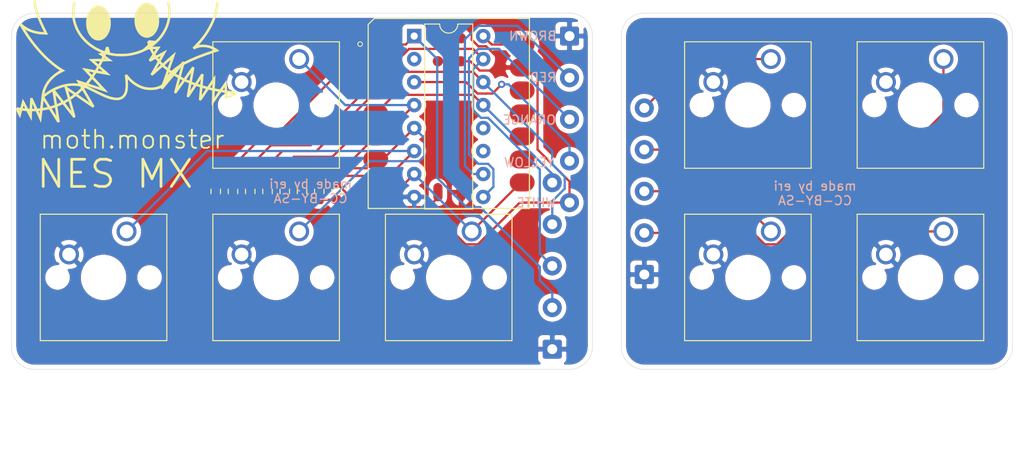
<source format=kicad_pcb>
(kicad_pcb (version 20171130) (host pcbnew 5.1.9-73d0e3b20d~88~ubuntu20.10.1)
  (layers (0 F.Cu signal) (31 B.Cu signal) (34 B.Paste user) (35 F.Paste user) (36 B.SilkS user) (37 F.SilkS user) (38 B.Mask user) (39 F.Mask user) (44 Edge.Cuts user))
  (net 0 "")
  (net 1 +5V)
  (net 2 D)
  (net 3 L)
  (net 4 C)
  (net 5 GND)
  (net 6 "Net-(R1-Pad1)")
  (net 7 "Net-(R2-Pad1)")
  (net 8 "Net-(R3-Pad1)")
  (net 9 "Net-(R4-Pad1)")
  (net 10 "Net-(R5-Pad1)")
  (net 11 "Net-(R6-Pad1)")
  (net 12 "Net-(R7-Pad1)")
  (net 13 "Net-(R8-Pad1)")
  (net 14 "Net-(U1-Pad12)")
  (net 15 "Net-(U1-Pad11)")
  (net 16 "Net-(U1-Pad2)")
  (net 17 "Net-(U2-Pad19)")
  (net 18 "Net-(U2-Pad18)")
  (net 19 "Net-(U2-Pad17)")
  (net 20 "Net-(U2-Pad9)")
  (net 21 "Net-(U2-Pad10)")
  (net 22 "Net-(U2-Pad11)")
  (net 23 "Net-(U2-Pad12)")
  (module "random stuff:mothfacemedium" (layer F.Cu) (at 107.95 125.73 180)
    (fp_text reference Ref** hide)
    (fp_text value Val** hide)
  )
  (module "Seeeduino XIAO KICAD:Seeeduino XIAO-MOUDLE14P-2.54-21X17.8MM" (layer F.Cu) (at 134.62 139.7)
    (fp_text reference U2 hide)
    (fp_text value SeeeduinoXIAO hide)
    (pad 20 smd circle (at 10.238803 -16.264187 90) (size 1.143 1.143) (layers F.Cu F.Paste F.Mask) (net 5 GND))
    (pad 19 smd circle (at 7.698803 -16.264187 90) (size 1.143 1.143) (layers F.Cu F.Paste F.Mask) (net 17 "Net-(U2-Pad19)"))
    (pad 18 smd circle (at 10.238803 -18.804187 90) (size 1.143 1.143) (layers F.Cu F.Paste F.Mask) (net 18 "Net-(U2-Pad18)"))
    (pad 17 smd circle (at 7.698803 -18.804187 90) (size 1.143 1.143) (layers F.Cu F.Paste F.Mask) (net 19 "Net-(U2-Pad17)"))
    (pad 16 smd oval (at 10.25 -1.8 90) (size 2.032 1.016) (layers F.Cu F.Paste F.Mask) (net 5 GND))
    (pad 15 smd oval (at 7.7 -1.8 90) (size 2.032 1.016) (layers F.Cu F.Paste F.Mask) (net 1 +5V))
    (pad 1 smd oval (at 0.83312 -18.11782) (size 2.74828 1.99898) (layers F.Cu F.Paste F.Mask) (net 6 "Net-(R1-Pad1)"))
    (pad 2 smd oval (at 0.83312 -15.57782) (size 2.74828 1.99898) (layers F.Cu F.Paste F.Mask) (net 7 "Net-(R2-Pad1)"))
    (pad 3 smd oval (at 0.83312 -13.03782) (size 2.74828 1.99898) (layers F.Cu F.Paste F.Mask) (net 8 "Net-(R3-Pad1)"))
    (pad 4 smd oval (at 0.83312 -10.49782) (size 2.74828 1.99898) (layers F.Cu F.Paste F.Mask) (net 9 "Net-(R4-Pad1)"))
    (pad 5 smd oval (at 0.83312 -7.95782) (size 2.74828 1.99898) (layers F.Cu F.Paste F.Mask) (net 10 "Net-(R5-Pad1)"))
    (pad 6 smd oval (at 0.83312 -5.41782) (size 2.74828 1.99898) (layers F.Cu F.Paste F.Mask) (net 11 "Net-(R6-Pad1)"))
    (pad 7 smd oval (at 0.83312 -2.87782) (size 2.74828 1.99898) (layers F.Cu F.Paste F.Mask) (net 12 "Net-(R7-Pad1)"))
    (pad 8 smd oval (at 16.99768 -2.87782) (size 2.74828 1.99898) (layers F.Cu F.Paste F.Mask) (net 13 "Net-(R8-Pad1)"))
    (pad 9 smd oval (at 16.99768 -5.41782) (size 2.74828 1.99898) (layers F.Cu F.Paste F.Mask) (net 20 "Net-(U2-Pad9)"))
    (pad 10 smd oval (at 16.99768 -7.95782) (size 2.74828 1.99898) (layers F.Cu F.Paste F.Mask) (net 21 "Net-(U2-Pad10)"))
    (pad 11 smd oval (at 16.99768 -10.49782) (size 2.74828 1.99898) (layers F.Cu F.Paste F.Mask) (net 22 "Net-(U2-Pad11)"))
    (pad 12 smd oval (at 16.99768 -13.03782) (size 2.74828 1.99898) (layers F.Cu F.Paste F.Mask) (net 23 "Net-(U2-Pad12)"))
    (pad 13 smd oval (at 16.99768 -15.57782) (size 2.74828 1.99898) (layers F.Cu F.Paste F.Mask) (net 5 GND))
    (pad 14 smd oval (at 16.99768 -18.11782) (size 2.74828 1.99898) (layers F.Cu F.Paste F.Mask) (net 1 +5V))
  )
  (module Connector_Wire:SolderWire-0.5sqmm_1x05_P4.6mm_D0.9mm_OD2.1mm (layer F.Cu) (at 154.94 155.25 90)
    (fp_text reference REF** hide)
    (fp_text value SolderWire-0.5sqmm_1x05_P4.6mm_D0.9mm_OD2.1mm)
    (pad 1 thru_hole roundrect (at 0 0 90) (size 2.1 2.1) (drill 1.1) (layers *.Cu *.Mask) (roundrect_rratio 0.119) (net 5 GND))
    (pad 2 thru_hole circle (at 4.6 0 90) (size 2.1 2.1) (drill 1.1) (layers *.Cu *.Mask) (net 6 "Net-(R1-Pad1)"))
    (pad 3 thru_hole circle (at 9.2 0 90) (size 2.1 2.1) (drill 1.1) (layers *.Cu *.Mask) (net 7 "Net-(R2-Pad1)"))
    (pad 4 thru_hole circle (at 13.8 0 90) (size 2.1 2.1) (drill 1.1) (layers *.Cu *.Mask) (net 8 "Net-(R3-Pad1)"))
    (pad 5 thru_hole circle (at 18.4 0 90) (size 2.1 2.1) (drill 1.1) (layers *.Cu *.Mask) (net 9 "Net-(R4-Pad1)"))
  )
  (module Connector_Wire:SolderWire-0.5sqmm_1x05_P4.6mm_D0.9mm_OD2.1mm (layer F.Cu) (at 165.1 146.995 90)
    (fp_text reference REF** hide)
    (fp_text value SolderWire-0.5sqmm_1x05_P4.6mm_D0.9mm_OD2.1mm)
    (pad 5 thru_hole circle (at 18.4 0 90) (size 2.1 2.1) (drill 1.1) (layers *.Cu *.Mask) (net 9 "Net-(R4-Pad1)"))
    (pad 4 thru_hole circle (at 13.8 0 90) (size 2.1 2.1) (drill 1.1) (layers *.Cu *.Mask) (net 8 "Net-(R3-Pad1)"))
    (pad 3 thru_hole circle (at 9.2 0 90) (size 2.1 2.1) (drill 1.1) (layers *.Cu *.Mask) (net 7 "Net-(R2-Pad1)"))
    (pad 2 thru_hole circle (at 4.6 0 90) (size 2.1 2.1) (drill 1.1) (layers *.Cu *.Mask) (net 6 "Net-(R1-Pad1)"))
    (pad 1 thru_hole roundrect (at 0 0 90) (size 2.1 2.1) (drill 1.1) (layers *.Cu *.Mask) (roundrect_rratio 0.119) (net 5 GND))
  )
  (module Connector_Wire:SolderWire-0.5sqmm_1x05_P4.6mm_D0.9mm_OD2.1mm (layer F.Cu) (at 156.845 120.65 270)
    (fp_text reference J1 hide)
    (fp_text value Conn_01x05)
    (pad 5 thru_hole circle (at 18.4 0 270) (size 2.1 2.1) (drill 1.1) (layers *.Cu *.Mask) (net 1 +5V))
    (pad 4 thru_hole circle (at 13.8 0 270) (size 2.1 2.1) (drill 1.1) (layers *.Cu *.Mask) (net 2 D))
    (pad 3 thru_hole circle (at 9.2 0 270) (size 2.1 2.1) (drill 1.1) (layers *.Cu *.Mask) (net 3 L))
    (pad 2 thru_hole circle (at 4.6 0 270) (size 2.1 2.1) (drill 1.1) (layers *.Cu *.Mask) (net 4 C))
    (pad 1 thru_hole roundrect (at 0 0 270) (size 2.1 2.1) (drill 1.1) (layers *.Cu *.Mask) (roundrect_rratio 0.119048) (net 5 GND))
  )
  (module Package_DIP:DIP-16_W7.62mm (layer F.Cu) (at 139.7 120.65)
    (fp_text reference U1 hide)
    (fp_text value 4021)
    (pad 16 thru_hole oval (at 7.62 0) (size 1.6 1.6) (drill 0.8) (layers *.Cu *.Mask) (net 1 +5V))
    (pad 8 thru_hole oval (at 0 17.78) (size 1.6 1.6) (drill 0.8) (layers *.Cu *.Mask) (net 5 GND))
    (pad 15 thru_hole oval (at 7.62 2.54) (size 1.6 1.6) (drill 0.8) (layers *.Cu *.Mask) (net 7 "Net-(R2-Pad1)"))
    (pad 7 thru_hole oval (at 0 15.24) (size 1.6 1.6) (drill 0.8) (layers *.Cu *.Mask) (net 13 "Net-(R8-Pad1)"))
    (pad 14 thru_hole oval (at 7.62 5.08) (size 1.6 1.6) (drill 0.8) (layers *.Cu *.Mask) (net 8 "Net-(R3-Pad1)"))
    (pad 6 thru_hole oval (at 0 12.7) (size 1.6 1.6) (drill 0.8) (layers *.Cu *.Mask) (net 12 "Net-(R7-Pad1)"))
    (pad 13 thru_hole oval (at 7.62 7.62) (size 1.6 1.6) (drill 0.8) (layers *.Cu *.Mask) (net 9 "Net-(R4-Pad1)"))
    (pad 5 thru_hole oval (at 0 10.16) (size 1.6 1.6) (drill 0.8) (layers *.Cu *.Mask) (net 11 "Net-(R6-Pad1)"))
    (pad 12 thru_hole oval (at 7.62 10.16) (size 1.6 1.6) (drill 0.8) (layers *.Cu *.Mask) (net 14 "Net-(U1-Pad12)"))
    (pad 4 thru_hole oval (at 0 7.62) (size 1.6 1.6) (drill 0.8) (layers *.Cu *.Mask) (net 10 "Net-(R5-Pad1)"))
    (pad 11 thru_hole oval (at 7.62 12.7) (size 1.6 1.6) (drill 0.8) (layers *.Cu *.Mask) (net 15 "Net-(U1-Pad11)"))
    (pad 3 thru_hole oval (at 0 5.08) (size 1.6 1.6) (drill 0.8) (layers *.Cu *.Mask) (net 2 D))
    (pad 10 thru_hole oval (at 7.62 15.24) (size 1.6 1.6) (drill 0.8) (layers *.Cu *.Mask) (net 4 C))
    (pad 2 thru_hole oval (at 0 2.54) (size 1.6 1.6) (drill 0.8) (layers *.Cu *.Mask) (net 16 "Net-(U1-Pad2)"))
    (pad 9 thru_hole oval (at 7.62 17.78) (size 1.6 1.6) (drill 0.8) (layers *.Cu *.Mask) (net 3 L))
    (pad 1 thru_hole rect (at 0 0) (size 1.6 1.6) (drill 0.8) (layers *.Cu *.Mask) (net 6 "Net-(R1-Pad1)"))
  )
  (module Button_Switch_Keyboard:SW_Cherry_MX_1.00u_PCB (layer F.Cu) (at 198.12 142.24)
    (fp_text reference SW8 hide)
    (fp_text value A)
    (pad "" np_thru_hole circle (at 2.54 5.08) (size 1.7 1.7) (drill 1.7) (layers *.Cu *.Mask))
    (pad "" np_thru_hole circle (at -7.62 5.08) (size 1.7 1.7) (drill 1.7) (layers *.Cu *.Mask))
    (pad "" np_thru_hole circle (at -2.54 5.08) (size 4 4) (drill 4) (layers *.Cu *.Mask))
    (pad 2 thru_hole circle (at -6.35 2.54) (size 2.2 2.2) (drill 1.5) (layers *.Cu *.Mask) (net 5 GND))
    (pad 1 thru_hole circle (at 0 0) (size 2.2 2.2) (drill 1.5) (layers *.Cu *.Mask) (net 6 "Net-(R1-Pad1)"))
  )
  (module Button_Switch_Keyboard:SW_Cherry_MX_1.00u_PCB (layer F.Cu) (at 198.12 123.19)
    (fp_text reference SW7 hide)
    (fp_text value SELECT)
    (pad "" np_thru_hole circle (at 2.54 5.08) (size 1.7 1.7) (drill 1.7) (layers *.Cu *.Mask))
    (pad "" np_thru_hole circle (at -7.62 5.08) (size 1.7 1.7) (drill 1.7) (layers *.Cu *.Mask))
    (pad "" np_thru_hole circle (at -2.54 5.08) (size 4 4) (drill 4) (layers *.Cu *.Mask))
    (pad 2 thru_hole circle (at -6.35 2.54) (size 2.2 2.2) (drill 1.5) (layers *.Cu *.Mask) (net 5 GND))
    (pad 1 thru_hole circle (at 0 0) (size 2.2 2.2) (drill 1.5) (layers *.Cu *.Mask) (net 8 "Net-(R3-Pad1)"))
  )
  (module Button_Switch_Keyboard:SW_Cherry_MX_1.00u_PCB (layer F.Cu) (at 127 123.19)
    (fp_text reference SW6 hide)
    (fp_text value UP)
    (pad "" np_thru_hole circle (at 2.54 5.08) (size 1.7 1.7) (drill 1.7) (layers *.Cu *.Mask))
    (pad "" np_thru_hole circle (at -7.62 5.08) (size 1.7 1.7) (drill 1.7) (layers *.Cu *.Mask))
    (pad "" np_thru_hole circle (at -2.54 5.08) (size 4 4) (drill 4) (layers *.Cu *.Mask))
    (pad 2 thru_hole circle (at -6.35 2.54) (size 2.2 2.2) (drill 1.5) (layers *.Cu *.Mask) (net 5 GND))
    (pad 1 thru_hole circle (at 0 0) (size 2.2 2.2) (drill 1.5) (layers *.Cu *.Mask) (net 10 "Net-(R5-Pad1)"))
  )
  (module Button_Switch_Keyboard:SW_Cherry_MX_1.00u_PCB (layer F.Cu) (at 107.95 142.24)
    (fp_text reference SW5 hide)
    (fp_text value LEFT)
    (pad "" np_thru_hole circle (at 2.54 5.08) (size 1.7 1.7) (drill 1.7) (layers *.Cu *.Mask))
    (pad "" np_thru_hole circle (at -7.62 5.08) (size 1.7 1.7) (drill 1.7) (layers *.Cu *.Mask))
    (pad "" np_thru_hole circle (at -2.54 5.08) (size 4 4) (drill 4) (layers *.Cu *.Mask))
    (pad 2 thru_hole circle (at -6.35 2.54) (size 2.2 2.2) (drill 1.5) (layers *.Cu *.Mask) (net 5 GND))
    (pad 1 thru_hole circle (at 0 0) (size 2.2 2.2) (drill 1.5) (layers *.Cu *.Mask) (net 12 "Net-(R7-Pad1)"))
  )
  (module Button_Switch_Keyboard:SW_Cherry_MX_1.00u_PCB (layer F.Cu) (at 179.07 142.24)
    (fp_text reference SW4 hide)
    (fp_text value B)
    (pad "" np_thru_hole circle (at 2.54 5.08) (size 1.7 1.7) (drill 1.7) (layers *.Cu *.Mask))
    (pad "" np_thru_hole circle (at -7.62 5.08) (size 1.7 1.7) (drill 1.7) (layers *.Cu *.Mask))
    (pad "" np_thru_hole circle (at -2.54 5.08) (size 4 4) (drill 4) (layers *.Cu *.Mask))
    (pad 2 thru_hole circle (at -6.35 2.54) (size 2.2 2.2) (drill 1.5) (layers *.Cu *.Mask) (net 5 GND))
    (pad 1 thru_hole circle (at 0 0) (size 2.2 2.2) (drill 1.5) (layers *.Cu *.Mask) (net 7 "Net-(R2-Pad1)"))
  )
  (module Button_Switch_Keyboard:SW_Cherry_MX_1.00u_PCB (layer F.Cu) (at 179.07 123.19)
    (fp_text reference SW3 hide)
    (fp_text value START)
    (pad "" np_thru_hole circle (at 2.54 5.08) (size 1.7 1.7) (drill 1.7) (layers *.Cu *.Mask))
    (pad "" np_thru_hole circle (at -7.62 5.08) (size 1.7 1.7) (drill 1.7) (layers *.Cu *.Mask))
    (pad "" np_thru_hole circle (at -2.54 5.08) (size 4 4) (drill 4) (layers *.Cu *.Mask))
    (pad 2 thru_hole circle (at -6.35 2.54) (size 2.2 2.2) (drill 1.5) (layers *.Cu *.Mask) (net 5 GND))
    (pad 1 thru_hole circle (at 0 0) (size 2.2 2.2) (drill 1.5) (layers *.Cu *.Mask) (net 9 "Net-(R4-Pad1)"))
  )
  (module Button_Switch_Keyboard:SW_Cherry_MX_1.00u_PCB (layer F.Cu) (at 127 142.24)
    (fp_text reference SW2 hide)
    (fp_text value DOWN)
    (pad "" np_thru_hole circle (at 2.54 5.08) (size 1.7 1.7) (drill 1.7) (layers *.Cu *.Mask))
    (pad "" np_thru_hole circle (at -7.62 5.08) (size 1.7 1.7) (drill 1.7) (layers *.Cu *.Mask))
    (pad "" np_thru_hole circle (at -2.54 5.08) (size 4 4) (drill 4) (layers *.Cu *.Mask))
    (pad 2 thru_hole circle (at -6.35 2.54) (size 2.2 2.2) (drill 1.5) (layers *.Cu *.Mask) (net 5 GND))
    (pad 1 thru_hole circle (at 0 0) (size 2.2 2.2) (drill 1.5) (layers *.Cu *.Mask) (net 11 "Net-(R6-Pad1)"))
  )
  (module Button_Switch_Keyboard:SW_Cherry_MX_1.00u_PCB (layer F.Cu) (at 146.05 142.24)
    (fp_text reference SW1 hide)
    (fp_text value RIGHT)
    (pad "" np_thru_hole circle (at 2.54 5.08) (size 1.7 1.7) (drill 1.7) (layers *.Cu *.Mask))
    (pad "" np_thru_hole circle (at -7.62 5.08) (size 1.7 1.7) (drill 1.7) (layers *.Cu *.Mask))
    (pad "" np_thru_hole circle (at -2.54 5.08) (size 4 4) (drill 4) (layers *.Cu *.Mask))
    (pad 2 thru_hole circle (at -6.35 2.54) (size 2.2 2.2) (drill 1.5) (layers *.Cu *.Mask) (net 5 GND))
    (pad 1 thru_hole circle (at 0 0) (size 2.2 2.2) (drill 1.5) (layers *.Cu *.Mask) (net 13 "Net-(R8-Pad1)"))
  )
  (module Resistor_SMD:R_0603_1608Metric_Pad0.98x0.95mm_HandSolder (layer F.Cu) (at 131.1275 137.8185 270)
    (fp_text reference R8 hide)
    (fp_text value R_US)
    (pad 2 smd roundrect (at 0.9125 0 270) (size 0.975 0.95) (layers F.Cu F.Paste F.Mask) (net 1 +5V))
    (pad 1 smd roundrect (at -0.9125 0 270) (size 0.975 0.95) (layers F.Cu F.Paste F.Mask) (net 13 "Net-(R8-Pad1)"))
  )
  (module Resistor_SMD:R_0603_1608Metric_Pad0.98x0.95mm_HandSolder (layer F.Cu) (at 129.2225 137.8185 270)
    (fp_text reference R7 hide)
    (fp_text value R_US)
    (pad 2 smd roundrect (at 0.9125 0 270) (size 0.975 0.95) (layers F.Cu F.Paste F.Mask) (net 1 +5V))
    (pad 1 smd roundrect (at -0.9125 0 270) (size 0.975 0.95) (layers F.Cu F.Paste F.Mask) (net 12 "Net-(R7-Pad1)"))
  )
  (module Resistor_SMD:R_0603_1608Metric_Pad0.98x0.95mm_HandSolder (layer F.Cu) (at 127.3175 137.8185 270)
    (fp_text reference R6 hide)
    (fp_text value R_US)
    (pad 2 smd roundrect (at 0.9125 0 270) (size 0.975 0.95) (layers F.Cu F.Paste F.Mask) (net 1 +5V))
    (pad 1 smd roundrect (at -0.9125 0 270) (size 0.975 0.95) (layers F.Cu F.Paste F.Mask) (net 11 "Net-(R6-Pad1)"))
  )
  (module Resistor_SMD:R_0603_1608Metric_Pad0.98x0.95mm_HandSolder (layer F.Cu) (at 125.4125 137.8185 270)
    (fp_text reference R5 hide)
    (fp_text value R_US)
    (pad 2 smd roundrect (at 0.9125 0 270) (size 0.975 0.95) (layers F.Cu F.Paste F.Mask) (net 1 +5V))
    (pad 1 smd roundrect (at -0.9125 0 270) (size 0.975 0.95) (layers F.Cu F.Paste F.Mask) (net 10 "Net-(R5-Pad1)"))
  )
  (module Resistor_SMD:R_0603_1608Metric_Pad0.98x0.95mm_HandSolder (layer F.Cu) (at 123.5075 137.8185 270)
    (fp_text reference R4 hide)
    (fp_text value R_US)
    (pad 2 smd roundrect (at 0.9125 0 270) (size 0.975 0.95) (layers F.Cu F.Paste F.Mask) (net 1 +5V))
    (pad 1 smd roundrect (at -0.9125 0 270) (size 0.975 0.95) (layers F.Cu F.Paste F.Mask) (net 9 "Net-(R4-Pad1)"))
  )
  (module Resistor_SMD:R_0603_1608Metric_Pad0.98x0.95mm_HandSolder (layer F.Cu) (at 121.6025 137.8185 270)
    (fp_text reference R3 hide)
    (fp_text value R_US)
    (pad 2 smd roundrect (at 0.9125 0 270) (size 0.975 0.95) (layers F.Cu F.Paste F.Mask) (net 1 +5V))
    (pad 1 smd roundrect (at -0.9125 0 270) (size 0.975 0.95) (layers F.Cu F.Paste F.Mask) (net 8 "Net-(R3-Pad1)"))
  )
  (module Resistor_SMD:R_0603_1608Metric_Pad0.98x0.95mm_HandSolder (layer F.Cu) (at 119.6975 137.8185 270)
    (fp_text reference R2 hide)
    (fp_text value R_US)
    (pad 2 smd roundrect (at 0.9125 0 270) (size 0.975 0.95) (layers F.Cu F.Paste F.Mask) (net 1 +5V))
    (pad 1 smd roundrect (at -0.9125 0 270) (size 0.975 0.95) (layers F.Cu F.Paste F.Mask) (net 7 "Net-(R2-Pad1)"))
  )
  (module Resistor_SMD:R_0603_1608Metric_Pad0.98x0.95mm_HandSolder (layer F.Cu) (at 117.7925 137.8185 270)
    (fp_text reference R1 hide)
    (fp_text value R_US)
    (pad 2 smd roundrect (at 0.9125 0 270) (size 0.975 0.95) (layers F.Cu F.Paste F.Mask) (net 1 +5V))
    (pad 1 smd roundrect (at -0.9125 0 270) (size 0.975 0.95) (layers F.Cu F.Paste F.Mask) (net 6 "Net-(R1-Pad1)"))
  )
  (gr_text "made by eri\nCC-BY-SA" (at 183.945 138.026224) (layer B.SilkS) (effects (font (size 1 1)) (justify mirror)))
  (gr_text "made by eri\nCC-BY-SA" (at 128.27 137.795) (layer B.SilkS) (effects (font (size 1 1)) (justify mirror)))
  (gr_text WHITE (at 153.162 139.065) (layer B.SilkS) (effects (font (size 1 1)) (justify mirror)))
  (gr_text YELLOW (at 152.4 134.62) (layer B.SilkS) (effects (font (size 1 1)) (justify mirror)))
  (gr_text ORANGE (at 152.4 129.921) (layer B.SilkS) (effects (font (size 1 1)) (justify mirror)))
  (gr_text RED (at 153.924 125.222) (layer B.SilkS) (effects (font (size 1 1)) (justify mirror)))
  (gr_text BROWN (at 152.781 120.65) (layer B.SilkS) (effects (font (size 1 1)) (justify mirror)))
  (gr_text "NES MX" (at 106.68 135.89) (layer F.SilkS) (effects (font (size 3 3) (thickness 0.3))))
  (gr_text moth.monster (at 108.585 132.08) (layer F.SilkS) (effects (font (size 2 2) (thickness 0.2))))
  (gr_arc (start 203.2 154.94) (end 203.2 157.48) (angle -90) (layer Edge.Cuts) (width 0.05))
  (gr_arc (start 165.1 154.94) (end 162.56 154.94) (angle -90) (layer Edge.Cuts) (width 0.05))
  (gr_arc (start 165.1 120.65) (end 165.1 118.11) (angle -90) (layer Edge.Cuts) (width 0.05))
  (gr_arc (start 203.2 120.65) (end 205.74 120.65) (angle -90) (layer Edge.Cuts) (width 0.05))
  (gr_line (start 162.56 154.94) (end 162.56 120.65) (layer Edge.Cuts) (width 0.05))
  (gr_line (start 203.2 157.48) (end 165.1 157.48) (layer Edge.Cuts) (width 0.05))
  (gr_line (start 205.74 120.65) (end 205.74 154.94) (layer Edge.Cuts) (width 0.05))
  (gr_line (start 165.1 118.11) (end 203.2 118.11) (layer Edge.Cuts) (width 0.05))
  (gr_arc (start 156.845 154.94) (end 156.845 157.48) (angle -90) (layer Edge.Cuts) (width 0.05))
  (gr_arc (start 97.79 154.94) (end 95.25 154.94) (angle -90) (layer Edge.Cuts) (width 0.05))
  (gr_arc (start 97.79 120.65) (end 97.79 118.11) (angle -90) (layer Edge.Cuts) (width 0.05))
  (gr_arc (start 156.845 120.65) (end 159.385 120.65) (angle -90) (layer Edge.Cuts) (width 0.05))
  (gr_line (start 159.385 120.65) (end 159.385 154.94) (layer Edge.Cuts) (width 0.05))
  (gr_line (start 97.79 157.48) (end 156.845 157.48) (layer Edge.Cuts) (width 0.05))
  (gr_line (start 95.25 120.65) (end 95.25 154.94) (layer Edge.Cuts) (width 0.05))
  (gr_line (start 156.845 118.11) (end 97.79 118.11) (layer Edge.Cuts) (width 0.05))
  (segment (start 117.7925 138.731) (end 131.1275 138.731) (width 0.25) (layer F.Cu) (net 1))
  (segment (start 156.339999 139.555001) (end 156.845 139.05) (width 0.25) (layer F.Cu) (net 1))
  (segment (start 153.31683 123.28133) (end 151.61768 121.58218) (width 0.25) (layer F.Cu) (net 1))
  (segment (start 153.31683 133.191828) (end 153.31683 123.28133) (width 0.25) (layer F.Cu) (net 1))
  (segment (start 156.845 136.719998) (end 153.31683 133.191828) (width 0.25) (layer F.Cu) (net 1))
  (segment (start 156.845 139.05) (end 156.845 136.719998) (width 0.25) (layer F.Cu) (net 1))
  (segment (start 148.25218 121.58218) (end 147.32 120.65) (width 0.25) (layer F.Cu) (net 1))
  (segment (start 151.61768 121.58218) (end 148.25218 121.58218) (width 0.25) (layer F.Cu) (net 1))
  (segment (start 151.349002 139.05) (end 146.734001 143.665001) (width 0.25) (layer F.Cu) (net 1))
  (segment (start 156.845 139.05) (end 151.349002 139.05) (width 0.25) (layer F.Cu) (net 1))
  (segment (start 145.365999 143.665001) (end 146.734001 143.665001) (width 0.25) (layer F.Cu) (net 1))
  (segment (start 141.255999 139.555001) (end 145.365999 143.665001) (width 0.25) (layer F.Cu) (net 1))
  (segment (start 131.951501 139.555001) (end 141.255999 139.555001) (width 0.25) (layer F.Cu) (net 1))
  (segment (start 131.1275 138.731) (end 131.951501 139.555001) (width 0.25) (layer F.Cu) (net 1))
  (segment (start 142.32 138.491) (end 141.255999 139.555001) (width 0.25) (layer F.Cu) (net 1))
  (segment (start 142.32 137.9) (end 142.32 138.491) (width 0.25) (layer F.Cu) (net 1))
  (segment (start 156.845 134.45) (end 156.845 132.715) (width 0.25) (layer B.Cu) (net 2))
  (segment (start 145.41641 125.73) (end 139.7 125.73) (width 0.25) (layer F.Cu) (net 2))
  (segment (start 146.68641 127) (end 145.41641 125.73) (width 0.25) (layer F.Cu) (net 2))
  (via (at 149.352 125.984) (size 0.8) (drill 0.4) (layers F.Cu B.Cu) (net 2))
  (segment (start 147.574 127) (end 148.336 127) (width 0.25) (layer F.Cu) (net 2))
  (segment (start 148.336 127) (end 149.352 125.984) (width 0.25) (layer F.Cu) (net 2))
  (segment (start 147.715002 127) (end 147.574 127) (width 0.25) (layer F.Cu) (net 2))
  (segment (start 147.574 127) (end 146.68641 127) (width 0.25) (layer F.Cu) (net 2))
  (segment (start 150.114 125.984) (end 150.495 126.365) (width 0.25) (layer B.Cu) (net 2))
  (segment (start 149.352 125.984) (end 150.114 125.984) (width 0.25) (layer B.Cu) (net 2))
  (segment (start 156.845 132.715) (end 150.495 126.365) (width 0.25) (layer B.Cu) (net 2))
  (segment (start 148.445001 137.304999) (end 147.32 138.43) (width 0.25) (layer B.Cu) (net 3))
  (segment (start 148.445001 135.349999) (end 148.445001 137.304999) (width 0.25) (layer B.Cu) (net 3))
  (segment (start 147.860001 134.764999) (end 148.445001 135.349999) (width 0.25) (layer B.Cu) (net 3))
  (segment (start 146.779999 134.764999) (end 147.860001 134.764999) (width 0.25) (layer B.Cu) (net 3))
  (segment (start 145.74499 133.72999) (end 146.779999 134.764999) (width 0.25) (layer B.Cu) (net 3))
  (segment (start 145.74499 123.100008) (end 145.74499 133.72999) (width 0.25) (layer B.Cu) (net 3))
  (segment (start 146.779999 122.064999) (end 145.74499 123.100008) (width 0.25) (layer B.Cu) (net 3))
  (segment (start 149.059999 122.064999) (end 146.779999 122.064999) (width 0.25) (layer B.Cu) (net 3))
  (segment (start 156.845 129.85) (end 149.059999 122.064999) (width 0.25) (layer B.Cu) (net 3))
  (segment (start 146.18863 135.89) (end 147.32 135.89) (width 0.25) (layer B.Cu) (net 4))
  (segment (start 145.294981 134.996351) (end 146.18863 135.89) (width 0.25) (layer B.Cu) (net 4))
  (segment (start 145.294981 121.010017) (end 145.294981 134.996351) (width 0.25) (layer B.Cu) (net 4))
  (segment (start 146.779999 119.524999) (end 145.294981 121.010017) (width 0.25) (layer B.Cu) (net 4))
  (segment (start 151.119999 119.524999) (end 146.779999 119.524999) (width 0.25) (layer B.Cu) (net 4))
  (segment (start 156.845 125.25) (end 151.119999 119.524999) (width 0.25) (layer B.Cu) (net 4))
  (segment (start 146.779999 121.775001) (end 146.05 121.045002) (width 0.25) (layer F.Cu) (net 5))
  (segment (start 147.646361 121.775001) (end 146.779999 121.775001) (width 0.25) (layer F.Cu) (net 5))
  (segment (start 149.99354 124.12218) (end 147.646361 121.775001) (width 0.25) (layer F.Cu) (net 5))
  (segment (start 151.61768 124.12218) (end 149.99354 124.12218) (width 0.25) (layer F.Cu) (net 5))
  (segment (start 146.05 121.045002) (end 146.05 120.254998) (width 0.25) (layer F.Cu) (net 5))
  (segment (start 144.858803 123.435813) (end 145.900811 123.435813) (width 0.25) (layer F.Cu) (net 5))
  (segment (start 145.900811 123.435813) (end 146.924998 124.46) (width 0.25) (layer F.Cu) (net 5))
  (segment (start 151.61768 124.12218) (end 148.92782 124.12218) (width 0.25) (layer F.Cu) (net 5))
  (segment (start 148.59 124.46) (end 146.924998 124.46) (width 0.25) (layer F.Cu) (net 5))
  (segment (start 148.92782 124.12218) (end 148.59 124.46) (width 0.25) (layer F.Cu) (net 5))
  (segment (start 117.7925 136.906) (end 122.6185 132.08) (width 0.25) (layer F.Cu) (net 6))
  (segment (start 123.990998 132.08) (end 134.488818 121.58218) (width 0.25) (layer F.Cu) (net 6))
  (segment (start 134.488818 121.58218) (end 135.45312 121.58218) (width 0.25) (layer F.Cu) (net 6))
  (segment (start 122.6185 132.08) (end 123.990998 132.08) (width 0.25) (layer F.Cu) (net 6))
  (segment (start 138.76782 121.58218) (end 139.7 120.65) (width 0.25) (layer F.Cu) (net 6))
  (segment (start 135.45312 121.58218) (end 138.76782 121.58218) (width 0.25) (layer F.Cu) (net 6))
  (segment (start 198.12 142.24) (end 181.179002 142.24) (width 0.25) (layer F.Cu) (net 6))
  (segment (start 177.115998 142.395) (end 178.385999 143.665001) (width 0.25) (layer F.Cu) (net 6))
  (segment (start 165.1 142.395) (end 177.115998 142.395) (width 0.25) (layer F.Cu) (net 6))
  (segment (start 179.754001 143.665001) (end 181.179002 142.24) (width 0.25) (layer F.Cu) (net 6))
  (segment (start 178.385999 143.665001) (end 179.754001 143.665001) (width 0.25) (layer F.Cu) (net 6))
  (segment (start 154.94 149.020998) (end 154.94 150.65) (width 0.25) (layer B.Cu) (net 6))
  (segment (start 139.7 120.65) (end 142.24 123.19) (width 0.25) (layer B.Cu) (net 6))
  (segment (start 142.24 123.19) (end 142.24 136.320998) (width 0.25) (layer B.Cu) (net 6))
  (segment (start 146.978003 139.555001) (end 145.474003 139.555001) (width 0.25) (layer B.Cu) (net 6))
  (segment (start 153.564999 146.141997) (end 146.978003 139.555001) (width 0.25) (layer B.Cu) (net 6))
  (segment (start 145.474003 139.555001) (end 142.24 136.320998) (width 0.25) (layer B.Cu) (net 6))
  (segment (start 153.564999 147.645997) (end 153.564999 146.141997) (width 0.25) (layer B.Cu) (net 6))
  (segment (start 154.94 149.020998) (end 153.564999 147.645997) (width 0.25) (layer B.Cu) (net 6))
  (segment (start 119.6975 136.906) (end 123.8885 132.715) (width 0.25) (layer F.Cu) (net 7))
  (segment (start 123.8885 132.715) (end 128.27 132.715) (width 0.25) (layer F.Cu) (net 7))
  (segment (start 128.27 132.715) (end 133.35 127.635) (width 0.25) (layer F.Cu) (net 7))
  (segment (start 133.35 126.2253) (end 135.45312 124.12218) (width 0.25) (layer F.Cu) (net 7))
  (segment (start 133.35 127.635) (end 133.35 126.2253) (width 0.25) (layer F.Cu) (net 7))
  (segment (start 146.194999 122.064999) (end 147.32 123.19) (width 0.25) (layer F.Cu) (net 7))
  (segment (start 139.134441 122.064999) (end 146.194999 122.064999) (width 0.25) (layer F.Cu) (net 7))
  (segment (start 137.07726 124.12218) (end 139.134441 122.064999) (width 0.25) (layer F.Cu) (net 7))
  (segment (start 135.45312 124.12218) (end 137.07726 124.12218) (width 0.25) (layer F.Cu) (net 7))
  (segment (start 174.625 137.795) (end 179.07 142.24) (width 0.25) (layer F.Cu) (net 7))
  (segment (start 165.1 137.795) (end 174.625 137.795) (width 0.25) (layer F.Cu) (net 7))
  (segment (start 147.32 123.19) (end 146.194999 124.315001) (width 0.25) (layer B.Cu) (net 7))
  (segment (start 153.564999 144.674999) (end 154.94 146.05) (width 0.25) (layer B.Cu) (net 7))
  (segment (start 153.564999 135.389997) (end 153.564999 144.674999) (width 0.25) (layer B.Cu) (net 7))
  (segment (start 147.860001 129.684999) (end 153.564999 135.389997) (width 0.25) (layer B.Cu) (net 7))
  (segment (start 147.069997 129.684999) (end 147.860001 129.684999) (width 0.25) (layer B.Cu) (net 7))
  (segment (start 146.194999 128.810001) (end 147.069997 129.684999) (width 0.25) (layer B.Cu) (net 7))
  (segment (start 146.194999 124.315001) (end 146.194999 128.810001) (width 0.25) (layer B.Cu) (net 7))
  (segment (start 121.6025 136.906) (end 125.1585 133.35) (width 0.25) (layer F.Cu) (net 8))
  (segment (start 135.45312 126.80188) (end 128.905 133.35) (width 0.25) (layer F.Cu) (net 8))
  (segment (start 135.45312 126.66218) (end 135.45312 126.80188) (width 0.25) (layer F.Cu) (net 8))
  (segment (start 125.1585 133.35) (end 128.905 133.35) (width 0.25) (layer F.Cu) (net 8))
  (segment (start 135.45312 126.66218) (end 135.645941 126.855001) (width 0.25) (layer F.Cu) (net 8))
  (segment (start 146.194999 124.604999) (end 147.32 125.73) (width 0.25) (layer F.Cu) (net 8))
  (segment (start 137.510301 124.604999) (end 146.194999 124.604999) (width 0.25) (layer F.Cu) (net 8))
  (segment (start 135.45312 126.66218) (end 137.510301 124.604999) (width 0.25) (layer F.Cu) (net 8))
  (segment (start 198.12 129.171002) (end 198.12 123.19) (width 0.25) (layer F.Cu) (net 8))
  (segment (start 194.096002 133.195) (end 198.12 129.171002) (width 0.25) (layer F.Cu) (net 8))
  (segment (start 165.1 133.195) (end 194.096002 133.195) (width 0.25) (layer F.Cu) (net 8))
  (segment (start 154.94 134.814998) (end 154.94 133.35) (width 0.25) (layer B.Cu) (net 8))
  (segment (start 156.315001 136.189999) (end 154.94 134.814998) (width 0.25) (layer B.Cu) (net 8))
  (segment (start 154.94 133.35) (end 147.32 125.73) (width 0.25) (layer B.Cu) (net 8))
  (segment (start 156.315001 137.510001) (end 156.315001 136.189999) (width 0.25) (layer B.Cu) (net 8))
  (segment (start 154.94 138.885002) (end 156.315001 137.510001) (width 0.25) (layer B.Cu) (net 8))
  (segment (start 154.94 141.45) (end 154.94 138.885002) (width 0.25) (layer B.Cu) (net 8))
  (segment (start 123.5075 136.906) (end 126.4285 133.985) (width 0.25) (layer F.Cu) (net 9))
  (segment (start 130.6703 133.985) (end 135.45312 129.20218) (width 0.25) (layer F.Cu) (net 9))
  (segment (start 126.4285 133.985) (end 130.6703 133.985) (width 0.25) (layer F.Cu) (net 9))
  (segment (start 146.194999 127.144999) (end 147.32 128.27) (width 0.25) (layer F.Cu) (net 9))
  (segment (start 137.510301 127.144999) (end 146.194999 127.144999) (width 0.25) (layer F.Cu) (net 9))
  (segment (start 135.45312 129.20218) (end 137.510301 127.144999) (width 0.25) (layer F.Cu) (net 9))
  (segment (start 170.505 123.19) (end 165.1 128.595) (width 0.25) (layer F.Cu) (net 9))
  (segment (start 179.07 123.19) (end 170.505 123.19) (width 0.25) (layer F.Cu) (net 9))
  (segment (start 154.94 135.89) (end 147.32 128.27) (width 0.25) (layer B.Cu) (net 9))
  (segment (start 154.94 136.85) (end 154.94 135.89) (width 0.25) (layer B.Cu) (net 9))
  (segment (start 125.4125 136.906) (end 127.6985 134.62) (width 0.25) (layer F.Cu) (net 10))
  (segment (start 132.5753 134.62) (end 135.45312 131.74218) (width 0.25) (layer F.Cu) (net 10))
  (segment (start 127.6985 134.62) (end 132.5753 134.62) (width 0.25) (layer F.Cu) (net 10))
  (segment (start 136.22782 131.74218) (end 139.7 128.27) (width 0.25) (layer F.Cu) (net 10))
  (segment (start 135.45312 131.74218) (end 136.22782 131.74218) (width 0.25) (layer F.Cu) (net 10))
  (segment (start 132.08 128.27) (end 127 123.19) (width 0.25) (layer B.Cu) (net 10))
  (segment (start 139.7 128.27) (end 132.08 128.27) (width 0.25) (layer B.Cu) (net 10))
  (segment (start 127.3175 136.906) (end 128.9685 135.255) (width 0.25) (layer F.Cu) (net 11))
  (segment (start 134.4803 135.255) (end 135.45312 134.28218) (width 0.25) (layer F.Cu) (net 11))
  (segment (start 128.9685 135.255) (end 134.4803 135.255) (width 0.25) (layer F.Cu) (net 11))
  (segment (start 136.22782 134.28218) (end 139.7 130.81) (width 0.25) (layer F.Cu) (net 11))
  (segment (start 135.45312 134.28218) (end 136.22782 134.28218) (width 0.25) (layer F.Cu) (net 11))
  (segment (start 140.825001 131.935001) (end 139.7 130.81) (width 0.25) (layer B.Cu) (net 11))
  (segment (start 140.825001 133.890001) (end 140.825001 131.935001) (width 0.25) (layer B.Cu) (net 11))
  (segment (start 140.240001 134.475001) (end 140.825001 133.890001) (width 0.25) (layer B.Cu) (net 11))
  (segment (start 134.764999 134.475001) (end 140.240001 134.475001) (width 0.25) (layer B.Cu) (net 11))
  (segment (start 127 142.24) (end 134.764999 134.475001) (width 0.25) (layer B.Cu) (net 11))
  (segment (start 134.72443 136.09349) (end 135.45312 136.82218) (width 0.25) (layer F.Cu) (net 12))
  (segment (start 130.03501 136.09349) (end 134.72443 136.09349) (width 0.25) (layer F.Cu) (net 12))
  (segment (start 129.2225 136.906) (end 130.03501 136.09349) (width 0.25) (layer F.Cu) (net 12))
  (segment (start 136.22782 136.82218) (end 139.7 133.35) (width 0.25) (layer F.Cu) (net 12))
  (segment (start 135.45312 136.82218) (end 136.22782 136.82218) (width 0.25) (layer F.Cu) (net 12))
  (segment (start 116.84 133.35) (end 107.95 142.24) (width 0.25) (layer B.Cu) (net 12))
  (segment (start 139.7 133.35) (end 116.84 133.35) (width 0.25) (layer B.Cu) (net 12))
  (segment (start 137.44332 138.14668) (end 139.7 135.89) (width 0.25) (layer F.Cu) (net 13))
  (segment (start 132.36818 138.14668) (end 137.44332 138.14668) (width 0.25) (layer F.Cu) (net 13))
  (segment (start 131.1275 136.906) (end 132.36818 138.14668) (width 0.25) (layer F.Cu) (net 13))
  (segment (start 146.05 142.24) (end 139.7 135.89) (width 0.25) (layer B.Cu) (net 13))
  (segment (start 151.46782 136.82218) (end 147.32 140.97) (width 0.25) (layer F.Cu) (net 13))
  (segment (start 151.61768 136.82218) (end 151.46782 136.82218) (width 0.25) (layer F.Cu) (net 13))
  (segment (start 147.32 140.97) (end 146.05 142.24) (width 0.25) (layer F.Cu) (net 13))
  (zone (net 5) (net_name GND) (layer F.Cu) (connect_pads (clearance 0.508)) (min_thickness 0.254) (fill yes (arc_segments 32) (thermal_gap 0.508) (thermal_bridge_width 0.508))
    (polygon (pts (xy 207.01 158.75) (xy 93.98 158.75) (xy 93.98 116.84) (xy 207.01 116.84)))
  )
  (zone (net 5) (net_name GND) (layer B.Cu) (connect_pads (clearance 0.508)) (min_thickness 0.254) (fill yes (arc_segments 32) (thermal_gap 0.508) (thermal_bridge_width 0.508))
    (polygon (pts (xy 207.01 158.75) (xy 93.98 158.75) (xy 93.98 116.84) (xy 207.01 116.84)))
  )
)
</source>
